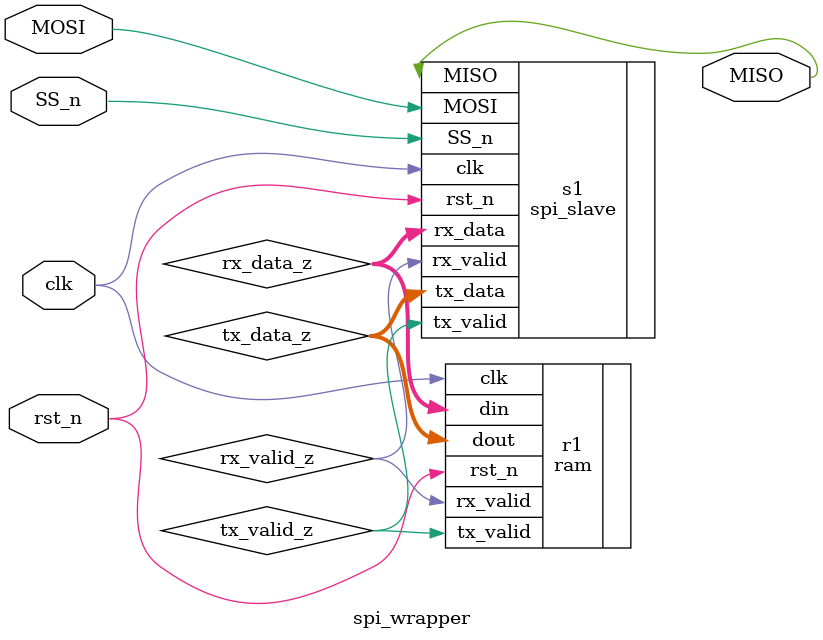
<source format=v>
module spi_wrapper(MOSI,MISO,SS_n,clk,rst_n);
input clk,rst_n,MOSI,SS_n;
output MISO;
wire [9:0] rx_data_z;
wire rx_valid_z;
wire [7:0] tx_data_z;
wire tx_valid_z;

//spi_slave s1(MOSI,MISO,SS_n,clk,rst_n,tx_data_z,tx_valid_z,rx_data_z,rx_valid_z);
//ram r1(rx_data_z,rx_valid_z,clk,rst_n,tx_data_z,tx_valid_z);
spi_slave s1(.MOSI(MOSI),.MISO(MISO),.SS_n(SS_n),.clk(clk),.rst_n(rst_n),.tx_data(tx_data_z),.tx_valid(tx_valid_z),.rx_data(rx_data_z),.rx_valid(rx_valid_z));
ram r1(.din(rx_data_z),.rx_valid(rx_valid_z),.clk(clk),.rst_n(rst_n),.dout(tx_data_z),.tx_valid(tx_valid_z));



endmodule
</source>
